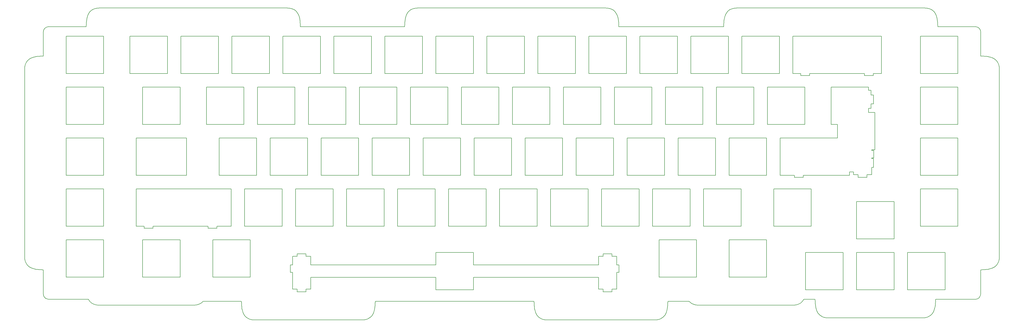
<source format=gbr>
%TF.GenerationSoftware,KiCad,Pcbnew,(6.0.4)*%
%TF.CreationDate,2022-11-05T13:03:16+01:00*%
%TF.ProjectId,Diom-65MK_Plate,44696f6d-2d36-4354-9d4b-5f506c617465,rev?*%
%TF.SameCoordinates,Original*%
%TF.FileFunction,Profile,NP*%
%FSLAX46Y46*%
G04 Gerber Fmt 4.6, Leading zero omitted, Abs format (unit mm)*
G04 Created by KiCad (PCBNEW (6.0.4)) date 2022-11-05 13:03:16*
%MOMM*%
%LPD*%
G01*
G04 APERTURE LIST*
%TA.AperFunction,Profile*%
%ADD10C,0.188976*%
%TD*%
%TA.AperFunction,Profile*%
%ADD11C,0.187437*%
%TD*%
%TA.AperFunction,Profile*%
%ADD12C,0.188999*%
%TD*%
G04 APERTURE END LIST*
D10*
X153298934Y-116785322D02*
X153298934Y-130785320D01*
D11*
X386919248Y-105283050D02*
X387489330Y-105334855D01*
D10*
X248261931Y-135835320D02*
X248261931Y-135835320D01*
X358086943Y-192697315D02*
X358086943Y-192697315D01*
D11*
X388069922Y-105413850D02*
X388651302Y-105527514D01*
D12*
X384629120Y-195782354D02*
X384692055Y-195729880D01*
D10*
X322079924Y-154885319D02*
X308079924Y-154885319D01*
D11*
X268212063Y-200252909D02*
X268056255Y-200825343D01*
D12*
X385368926Y-96053321D02*
X385352822Y-95949612D01*
D11*
X55254125Y-198384230D02*
X55440255Y-198408946D01*
D10*
X138723929Y-97735324D02*
X124723929Y-97735324D01*
D11*
X250207594Y-94216053D02*
X250172632Y-93215951D01*
D10*
X148536933Y-154885319D02*
X148536933Y-168885319D01*
X291411925Y-149835320D02*
X305411925Y-149835320D01*
D11*
X51709922Y-90361807D02*
X51805968Y-90081966D01*
X53314623Y-197650652D02*
X53434353Y-197731150D01*
D12*
X35417445Y-195034072D02*
X35453831Y-195115042D01*
D11*
X392354824Y-109766035D02*
X392369414Y-110215994D01*
D10*
X100029929Y-169635319D02*
X100029929Y-169635319D01*
D11*
X33692704Y-185148933D02*
X33122630Y-185097129D01*
D10*
X362848937Y-154885319D02*
X362848937Y-168885319D01*
D12*
X384647619Y-94670248D02*
X384582653Y-94621317D01*
D11*
X326244604Y-202773337D02*
X326562428Y-202902397D01*
X290630993Y-88795165D02*
X290821104Y-88568846D01*
X53088626Y-197479418D02*
X53199409Y-197566702D01*
D10*
X86336932Y-130785320D02*
X86336932Y-130785320D01*
D11*
X155094207Y-203916434D02*
X154672545Y-203956347D01*
D10*
X342917937Y-150585320D02*
X342917937Y-150585320D01*
X344422942Y-124785320D02*
X344422942Y-124785320D01*
D12*
X385118884Y-95237779D02*
X385077002Y-95162970D01*
D11*
X267588294Y-201904514D02*
X267433279Y-202153531D01*
D10*
X272361937Y-135835320D02*
X272361937Y-149835320D01*
D11*
X172098111Y-88156954D02*
X172347873Y-87973796D01*
D10*
X157773932Y-97735324D02*
X143773932Y-97735324D01*
D11*
X267433279Y-202153531D02*
X267261184Y-202391806D01*
D12*
X181873930Y-187997318D02*
X181873930Y-192697315D01*
D10*
X353036925Y-178697315D02*
X353036925Y-178697315D01*
X344422942Y-119760323D02*
X344422942Y-118035322D01*
X243498930Y-116785322D02*
X243498930Y-116785322D01*
X214923934Y-97735324D02*
X214923934Y-97735324D01*
D11*
X316106339Y-198384388D02*
X315919094Y-198408878D01*
D10*
X57761929Y-187935314D02*
X57761929Y-173935314D01*
X72336932Y-173935314D02*
X72336932Y-187935314D01*
D11*
X111361888Y-203213191D02*
X111633401Y-203379531D01*
D10*
X224736937Y-168885319D02*
X224736937Y-168885319D01*
X372086943Y-192697315D02*
X372086943Y-178697315D01*
D11*
X93260930Y-198136212D02*
X93016408Y-198217415D01*
D10*
X153011931Y-149835320D02*
X153011931Y-135835320D01*
D12*
X98529929Y-187935314D02*
X98529929Y-187935314D01*
D11*
X158911048Y-200252909D02*
X158755240Y-200825343D01*
D10*
X88717928Y-149835320D02*
X88717928Y-149835320D01*
D11*
X109288673Y-198520882D02*
X109340480Y-199090956D01*
D10*
X308079924Y-168885319D02*
X322079924Y-168885319D01*
D11*
X52332905Y-89033554D02*
X52505002Y-88795266D01*
D10*
X295885924Y-154885319D02*
X281886931Y-154885319D01*
X57761929Y-97735324D02*
X43761930Y-97735324D01*
D12*
X384104936Y-196075062D02*
X384189042Y-196041474D01*
D11*
X131175544Y-92666104D02*
X131123739Y-92096030D01*
D10*
X258073927Y-97735324D02*
X258073927Y-111735321D01*
D12*
X35492763Y-95239055D02*
X35534645Y-95164245D01*
D10*
X148248930Y-130785320D02*
X148248930Y-130785320D01*
D12*
X35579225Y-95092461D02*
X35626470Y-95023663D01*
D10*
X210161925Y-135835320D02*
X196161925Y-135835320D01*
X72929930Y-168885319D02*
X72929930Y-168885319D01*
D11*
X364368590Y-87216038D02*
X329368590Y-87216036D01*
X130152289Y-89033456D02*
X129980193Y-88795180D01*
X315726145Y-198428280D02*
X315527413Y-198442479D01*
X386369399Y-105250957D02*
X386919248Y-105283050D01*
X387489433Y-185097136D02*
X388070016Y-185018141D01*
D10*
X339036925Y-178697315D02*
X339036925Y-192697315D01*
X167298934Y-130785320D02*
X167298934Y-130785320D01*
X376848937Y-130785320D02*
X376848937Y-116785322D01*
D12*
X135098929Y-183397320D02*
X135098929Y-180167317D01*
D11*
X174335973Y-87270552D02*
X174757636Y-87230639D01*
D12*
X384017656Y-196105820D02*
X384104936Y-196075062D01*
D11*
X33122630Y-185097129D02*
X32542047Y-185018133D01*
D10*
X238736937Y-154885319D02*
X224736937Y-154885319D01*
X181586928Y-168885319D02*
X181586928Y-154885319D01*
X344642943Y-146860321D02*
X345342925Y-146860321D01*
D11*
X367707016Y-88355702D02*
X367478073Y-88156942D01*
X267727164Y-201645972D02*
X267588294Y-201904514D01*
D10*
X72336932Y-116785322D02*
X72336932Y-130785320D01*
D11*
X317683061Y-197884694D02*
X317548365Y-197953800D01*
X170326450Y-92096030D02*
X170405446Y-91515447D01*
X289435641Y-92666089D02*
X289487446Y-92096015D01*
D10*
X139011931Y-135835320D02*
X139011931Y-149835320D01*
D11*
X128218777Y-87530088D02*
X127876395Y-87421492D01*
X290303880Y-89282457D02*
X290458897Y-89033441D01*
X31388243Y-184748661D02*
X31108415Y-184652615D01*
X32542047Y-185018133D02*
X31960677Y-184904470D01*
D12*
X383532347Y-196215977D02*
X383532347Y-196215977D01*
D11*
X366877018Y-202076771D02*
X366648076Y-202275531D01*
X391778006Y-182804199D02*
X391926314Y-182509996D01*
D10*
X315817931Y-149835320D02*
X315817931Y-149835320D01*
X57761929Y-173935314D02*
X57761929Y-173935314D01*
D11*
X368471530Y-197766380D02*
X368419722Y-198336455D01*
X367448278Y-201399029D02*
X367276184Y-201637305D01*
D12*
X112529929Y-187935314D02*
X112529929Y-173935314D01*
D10*
X205398924Y-116785322D02*
X191398924Y-116785322D01*
X344422942Y-123060322D02*
X345342925Y-123060322D01*
X319698943Y-116785322D02*
X319698943Y-116785322D01*
X376848937Y-111735321D02*
X376848937Y-97735324D01*
D12*
X384882829Y-94893606D02*
X384827790Y-94833547D01*
D10*
X229498930Y-130785320D02*
X243498930Y-130785320D01*
X72336932Y-187935314D02*
X72336932Y-187935314D01*
X265217925Y-187935314D02*
X279217925Y-187935314D01*
X258073927Y-111735321D02*
X258073927Y-111735321D01*
D11*
X93915760Y-197829685D02*
X93710162Y-197941931D01*
D12*
X112529929Y-187935314D02*
X112529929Y-187935314D01*
D11*
X110484020Y-202391806D02*
X110674128Y-202618125D01*
X129102319Y-87973795D02*
X128830804Y-87807455D01*
X327666983Y-203161932D02*
X328088645Y-203201846D01*
D10*
X344642943Y-140535320D02*
X344642943Y-140535320D01*
X100029929Y-168885319D02*
X105386931Y-168885319D01*
D11*
X92758022Y-198287439D02*
X92485328Y-198345868D01*
D10*
X167586928Y-168885319D02*
X167586928Y-168885319D01*
X291123930Y-111735321D02*
X291123930Y-111735321D01*
X344642943Y-143560322D02*
X344642943Y-143560322D01*
D11*
X317264225Y-198080053D02*
X317114619Y-198136971D01*
D10*
X134248930Y-130785320D02*
X134248930Y-130785320D01*
D11*
X171142885Y-89282472D02*
X171297902Y-89033456D01*
X367916076Y-88568850D02*
X367707016Y-88355702D01*
D10*
X248548934Y-130785320D02*
X248548934Y-130785320D01*
X158061926Y-135835320D02*
X158061926Y-149835320D01*
D11*
X250088732Y-92096034D02*
X250009736Y-91515450D01*
D12*
X247673934Y-193447315D02*
X247673934Y-192467320D01*
D11*
X279166922Y-198390543D02*
X279466536Y-198425188D01*
X289487446Y-92096015D02*
X289566441Y-91515432D01*
X368503627Y-197216537D02*
X368471530Y-197766380D01*
D10*
X81573931Y-97735324D02*
X67573929Y-97735324D01*
D11*
X54406010Y-198187903D02*
X54564910Y-198236469D01*
X367603293Y-201150013D02*
X367448278Y-201399029D01*
D12*
X385286660Y-95658499D02*
X385258767Y-95568007D01*
D11*
X29382313Y-106877565D02*
X29183553Y-107106508D01*
X55632084Y-198428532D02*
X55829697Y-198442870D01*
X324801023Y-201637305D02*
X324991132Y-201863624D01*
D10*
X279217925Y-173935314D02*
X279217925Y-173935314D01*
X343511931Y-118035322D02*
X343511931Y-116785322D01*
X341998930Y-111735321D02*
X341998930Y-111735321D01*
X133961928Y-149835320D02*
X133961928Y-149835320D01*
X224736937Y-154885319D02*
X224736937Y-168885319D01*
X319698943Y-116785322D02*
X305698943Y-116785322D01*
X296173918Y-111735321D02*
X310173918Y-111735321D01*
X205398924Y-130785320D02*
X205398924Y-116785322D01*
D11*
X28242649Y-180215984D02*
X28242649Y-180215984D01*
D10*
X167298934Y-116785322D02*
X153298934Y-116785322D01*
D12*
X36549275Y-196078694D02*
X36717852Y-196133231D01*
X384770220Y-94776325D02*
X384710152Y-94721905D01*
D10*
X57761929Y-111735321D02*
X57761929Y-97735324D01*
D11*
X289931959Y-90081800D02*
X290041346Y-89807852D01*
X173941672Y-87334575D02*
X174335973Y-87270552D01*
D12*
X383833427Y-196158708D02*
X383927166Y-196133713D01*
D11*
X130679226Y-90081815D02*
X130569839Y-89807867D01*
D12*
X35383637Y-95482002D02*
X35417226Y-95397896D01*
D11*
X29595461Y-106668506D02*
X29382313Y-106877565D01*
X28242649Y-110215990D02*
X28242649Y-110215990D01*
X127508520Y-87334575D02*
X127114219Y-87270552D01*
X327272682Y-203097909D02*
X327666983Y-203161932D01*
D10*
X345467925Y-140535320D02*
X345467925Y-140535320D01*
D11*
X315112273Y-198454815D02*
X280112273Y-198454815D01*
X267261184Y-202391806D02*
X267071076Y-202618125D01*
D12*
X36389360Y-196014445D02*
X36549275Y-196078694D01*
D10*
X196161925Y-149835320D02*
X210161925Y-149835320D01*
D11*
X52904172Y-88355776D02*
X53133115Y-88157004D01*
D10*
X119961928Y-135835320D02*
X119961928Y-149835320D01*
X43761930Y-168885319D02*
X57761929Y-168885319D01*
D11*
X391611646Y-107356275D02*
X391777991Y-107627789D01*
X317938111Y-197735090D02*
X317812949Y-197811752D01*
D12*
X35728820Y-94894881D02*
X35783859Y-94834822D01*
X385368926Y-96053321D02*
X385368926Y-96053321D01*
X128348929Y-183397320D02*
X127523932Y-183397320D01*
D11*
X246473517Y-87334579D02*
X246079216Y-87270556D01*
X369249734Y-92096018D02*
X369170739Y-91515435D01*
X53382876Y-87973836D02*
X53654391Y-87807486D01*
D10*
X143486929Y-154885319D02*
X143486929Y-154885319D01*
D11*
X292392411Y-87530073D02*
X292734793Y-87421477D01*
D10*
X158061926Y-149835320D02*
X158061926Y-149835320D01*
D11*
X279781495Y-198446773D02*
X280112242Y-198454815D01*
X53654391Y-87807486D02*
X53948594Y-87659170D01*
X392250887Y-181481915D02*
X392314910Y-181087613D01*
D10*
X310173918Y-111735321D02*
X310173918Y-111735321D01*
D11*
X30309072Y-184280694D02*
X30060055Y-184125677D01*
D10*
X69954932Y-168885319D02*
X69954932Y-168885319D01*
X76229929Y-168885319D02*
X96729929Y-168885319D01*
D11*
X294368590Y-87216035D02*
X294368590Y-87216035D01*
D10*
X57761929Y-130785320D02*
X57761929Y-116785322D01*
X43761930Y-116785322D02*
X43761930Y-130785320D01*
X138723929Y-111735321D02*
X138723929Y-97735324D01*
X295885924Y-168885319D02*
X295885924Y-154885319D01*
D11*
X171469998Y-88795181D02*
X171660108Y-88568862D01*
D12*
X249398924Y-186197315D02*
X250223937Y-186197315D01*
D11*
X390551961Y-106306305D02*
X390790242Y-106478401D01*
D12*
X384422691Y-195924055D02*
X384494476Y-195879475D01*
D10*
X345892943Y-140310322D02*
X345892943Y-126310322D01*
X344422942Y-123060322D02*
X344422942Y-123060322D01*
X57761929Y-168885319D02*
X57761929Y-168885319D01*
D11*
X365832602Y-202773337D02*
X365514779Y-202902397D01*
D10*
X186636931Y-168885319D02*
X200636931Y-168885319D01*
X345467925Y-143335320D02*
X345467925Y-140535320D01*
X362848937Y-149835320D02*
X376848937Y-149835320D01*
D12*
X384582653Y-94621317D02*
X384515290Y-94575075D01*
D10*
X362848937Y-168885319D02*
X362848937Y-168885319D01*
X133961928Y-135835320D02*
X133961928Y-135835320D01*
D11*
X172347873Y-87973796D02*
X172619387Y-87807455D01*
D12*
X35242940Y-194377369D02*
X35242940Y-194377369D01*
X36549056Y-94353277D02*
X36717633Y-94298740D01*
X36166312Y-195899210D02*
X36238374Y-195940186D01*
D11*
X51277557Y-93216213D02*
X51309649Y-92666357D01*
X94461817Y-197437517D02*
X94291143Y-197577062D01*
D10*
X305698943Y-130785320D02*
X319698943Y-130785320D01*
X344642943Y-143560322D02*
X344642943Y-143335320D01*
D11*
X171004013Y-89541015D02*
X171142885Y-89282472D01*
X35242649Y-105215990D02*
X34242547Y-105250951D01*
X127876395Y-87421492D02*
X127508520Y-87334575D01*
D10*
X321498930Y-112485321D02*
X321498930Y-112485321D01*
X372086943Y-178697315D02*
X372086943Y-178697315D01*
X195873930Y-97735324D02*
X195873930Y-97735324D01*
X239023924Y-111735321D02*
X253023924Y-111735321D01*
D11*
X109784993Y-201105171D02*
X109894378Y-201379119D01*
D12*
X35901499Y-94723180D02*
X35964033Y-94671523D01*
D11*
X367228312Y-87973784D02*
X366956797Y-87807443D01*
X366126803Y-202625030D02*
X365832602Y-202773337D01*
D12*
X383636055Y-196199874D02*
X383736402Y-196180773D01*
D10*
X353036925Y-192697315D02*
X353036925Y-178697315D01*
D12*
X384515290Y-94575075D02*
X384445561Y-94531485D01*
D11*
X31108415Y-105779363D02*
X30834467Y-105888749D01*
D12*
X133373930Y-179247318D02*
X130073927Y-179247318D01*
D11*
X388070016Y-185018141D02*
X388651385Y-184904478D01*
X323538603Y-196216435D02*
X323573579Y-197216537D01*
X293496969Y-87270537D02*
X293918631Y-87230624D01*
D10*
X148536933Y-168885319D02*
X162536933Y-168885319D01*
X300648924Y-130785320D02*
X300648924Y-130785320D01*
X345342925Y-123060322D02*
X345342925Y-123060322D01*
X162536933Y-154885319D02*
X162536933Y-154885319D01*
X322079924Y-168885319D02*
X322079924Y-154885319D01*
X186348937Y-116785322D02*
X172348937Y-116785322D01*
D11*
X316464049Y-198320598D02*
X316287964Y-198354923D01*
X28297152Y-109344369D02*
X28257238Y-109766031D01*
D12*
X384189042Y-196041474D02*
X384270012Y-196005087D01*
D11*
X91242583Y-198455319D02*
X91242583Y-198455319D01*
D10*
X57761929Y-154885319D02*
X43761930Y-154885319D01*
D12*
X384710152Y-94721905D02*
X384647619Y-94670248D01*
D11*
X289680104Y-90934062D02*
X289835913Y-90361628D01*
X156198762Y-203656898D02*
X155856381Y-203765494D01*
D10*
X277123930Y-111735321D02*
X277123930Y-111735321D01*
D12*
X249398924Y-183397320D02*
X249398924Y-180167317D01*
D10*
X119673934Y-97735324D02*
X119673934Y-97735324D01*
D12*
X128348929Y-183397320D02*
X128348929Y-183397320D01*
D11*
X324335043Y-200891470D02*
X324473913Y-201150013D01*
D10*
X376848937Y-168885319D02*
X376848937Y-168885319D01*
D11*
X368695834Y-89807856D02*
X368572172Y-89541003D01*
X55440255Y-198408946D02*
X55632084Y-198428532D01*
X391926314Y-182509996D02*
X392055373Y-182192171D01*
D12*
X250223937Y-183397320D02*
X250223937Y-183397320D01*
D10*
X267311934Y-149835320D02*
X267311934Y-135835320D01*
D12*
X384563273Y-195832230D02*
X384629120Y-195782354D01*
D11*
X364410224Y-203161932D02*
X363988562Y-203201846D01*
D10*
X248261931Y-135835320D02*
X234261931Y-135835320D01*
D11*
X368419722Y-198336455D02*
X368340725Y-198917038D01*
X170880351Y-89807868D02*
X171004013Y-89541015D01*
X126692557Y-87230638D02*
X126242598Y-87216050D01*
X222257683Y-203852411D02*
X222651983Y-203916434D01*
D10*
X119961928Y-149835320D02*
X119961928Y-149835320D01*
X319986937Y-192697315D02*
X333986937Y-192697315D01*
D11*
X170242553Y-93215947D02*
X170274645Y-92666105D01*
X131207637Y-93215947D02*
X131175544Y-92666104D01*
X318865310Y-196896497D02*
X318779024Y-197001518D01*
D12*
X385194421Y-95396620D02*
X385158034Y-95315650D01*
D10*
X276836928Y-168885319D02*
X276836928Y-154885319D01*
X376848937Y-116785322D02*
X362848937Y-116785322D01*
X100623930Y-97735324D02*
X100623930Y-97735324D01*
X153011931Y-135835320D02*
X153011931Y-135835320D01*
X133961928Y-149835320D02*
X133961928Y-135835320D01*
D11*
X389777594Y-184543236D02*
X390044447Y-184419574D01*
D10*
X343511931Y-118035322D02*
X343511931Y-118035322D01*
D11*
X54976676Y-87334579D02*
X55370977Y-87270552D01*
D10*
X262548934Y-130785320D02*
X262548934Y-130785320D01*
X57761929Y-168885319D02*
X57761929Y-154885319D01*
D11*
X129790082Y-88568861D02*
X129581023Y-88355714D01*
X392055365Y-108239816D02*
X392163964Y-108582198D01*
D10*
X157773932Y-111735321D02*
X157773932Y-111735321D01*
X105673934Y-97735324D02*
X105673934Y-111735321D01*
X342917937Y-150585320D02*
X342917937Y-149604321D01*
D12*
X385233669Y-194909643D02*
X385288210Y-194741065D01*
D10*
X105386931Y-154885319D02*
X69954932Y-154885319D01*
D11*
X112955681Y-203852411D02*
X113349981Y-203916434D01*
D10*
X81573931Y-97735324D02*
X81573931Y-97735324D01*
D11*
X290165008Y-89541000D02*
X290303880Y-89282457D01*
D10*
X337892943Y-148585320D02*
X337892943Y-148585320D01*
D11*
X277666528Y-197935387D02*
X277883429Y-198038275D01*
X171660108Y-88568862D02*
X171869168Y-88355714D01*
X250009736Y-91515450D02*
X249896073Y-90934081D01*
X325678890Y-202458689D02*
X325950403Y-202625030D01*
X175207594Y-87216050D02*
X210207594Y-87216051D01*
D10*
X69954932Y-135835320D02*
X69954932Y-149835320D01*
X57761929Y-116785322D02*
X57761929Y-116785322D01*
D12*
X244373930Y-192467320D02*
X244373930Y-192467320D01*
X35964252Y-195760446D02*
X36029218Y-195809377D01*
D11*
X111633401Y-203379531D02*
X111927602Y-203527839D01*
X278882207Y-198343318D02*
X279166922Y-198390543D01*
X109340480Y-199090956D02*
X109419477Y-199671539D01*
D10*
X376848937Y-97735324D02*
X376848937Y-97735324D01*
D11*
X319026227Y-196678824D02*
X318947684Y-196788894D01*
D10*
X158061926Y-149835320D02*
X172061934Y-149835320D01*
D12*
X195873930Y-192697315D02*
X195873930Y-187997318D01*
D10*
X318198943Y-112485321D02*
X321498930Y-112485321D01*
D11*
X159103708Y-199090956D02*
X159024711Y-199671539D01*
D10*
X348273924Y-97735324D02*
X348273924Y-97735324D01*
X143486929Y-154885319D02*
X129486929Y-154885319D01*
X300648924Y-130785320D02*
X300648924Y-116785322D01*
X43761930Y-187935314D02*
X57761929Y-187935314D01*
D11*
X324991132Y-201863624D02*
X325200189Y-202076771D01*
D10*
X258073927Y-111735321D02*
X272073927Y-111735321D01*
X376848937Y-149835320D02*
X376848937Y-135835320D01*
X343511931Y-126310322D02*
X343511931Y-124785320D01*
X69954932Y-154885319D02*
X69954932Y-168885319D01*
X67573929Y-111735321D02*
X81573931Y-111735321D01*
X353036925Y-159647320D02*
X339036925Y-159647320D01*
X210161925Y-149835320D02*
X210161925Y-135835320D01*
D11*
X318174581Y-197571059D02*
X318058628Y-197654821D01*
X390302939Y-106151288D02*
X390551961Y-106306305D01*
X56242598Y-87216046D02*
X91242598Y-87216048D01*
X389777533Y-105888755D02*
X390044391Y-106012416D01*
D10*
X286361937Y-149835320D02*
X286361937Y-135835320D01*
D11*
X294368590Y-87216035D02*
X329368590Y-87216036D01*
X385369292Y-105215996D02*
X386369399Y-105250957D01*
X110311925Y-202153531D02*
X110484020Y-202391806D01*
D10*
X305411925Y-135835320D02*
X305411925Y-135835320D01*
D11*
X109688948Y-200825343D02*
X109784993Y-201105171D01*
D12*
X385054180Y-195292606D02*
X385095157Y-195220544D01*
D10*
X310173918Y-97735324D02*
X296173918Y-97735324D01*
D11*
X93710162Y-197941931D02*
X93492034Y-198044245D01*
X364818549Y-87230627D02*
X364368590Y-87216038D01*
D12*
X385095157Y-195220544D02*
X385169417Y-195069558D01*
D10*
X69954932Y-149835320D02*
X69954932Y-149835320D01*
X372086943Y-178697315D02*
X358086943Y-178697315D01*
D12*
X36096582Y-195855619D02*
X36166312Y-195899210D01*
D10*
X310173918Y-111735321D02*
X310173918Y-97735324D01*
D11*
X248067314Y-87973799D02*
X247795800Y-87807459D01*
D10*
X219686934Y-154885319D02*
X219686934Y-154885319D01*
X376848937Y-149835320D02*
X376848937Y-149835320D01*
X110148932Y-116785322D02*
X96148928Y-116785322D01*
D12*
X384827790Y-94833547D02*
X384770220Y-94776325D01*
D10*
X191398924Y-130785320D02*
X205398924Y-130785320D01*
X315817931Y-150585320D02*
X319117919Y-150585320D01*
D11*
X386919359Y-185148941D02*
X387489433Y-185097136D01*
D10*
X110148932Y-130785320D02*
X110148932Y-116785322D01*
D11*
X278113002Y-198130994D02*
X278355693Y-198213062D01*
D10*
X267311934Y-149835320D02*
X267311934Y-149835320D01*
D12*
X247673934Y-179247318D02*
X247673934Y-179247318D01*
D10*
X105386931Y-168885319D02*
X105386931Y-154885319D01*
X310173918Y-97735324D02*
X310173918Y-97735324D01*
D12*
X384752115Y-195674840D02*
X384809336Y-195617270D01*
D11*
X158426149Y-201645972D02*
X158287279Y-201904514D01*
D10*
X86336932Y-187935314D02*
X86336932Y-173935314D01*
D12*
X36029218Y-195809377D02*
X36096582Y-195855619D01*
D10*
X272073927Y-97735324D02*
X258073927Y-97735324D01*
D12*
X384445561Y-94531485D02*
X384373500Y-94490509D01*
D11*
X387489330Y-105334855D02*
X388069922Y-105413850D01*
X324211382Y-200624618D02*
X324335043Y-200891470D01*
X158287279Y-201904514D02*
X158132263Y-202153531D01*
D10*
X262548934Y-116785322D02*
X248548934Y-116785322D01*
D11*
X52512250Y-196892435D02*
X52598221Y-196997200D01*
D10*
X186636931Y-154885319D02*
X186636931Y-168885319D01*
D11*
X218721482Y-199671539D02*
X218835145Y-200252909D01*
X28834054Y-107627784D02*
X28685747Y-107921986D01*
D10*
X219686934Y-168885319D02*
X219686934Y-154885319D01*
D11*
X157960169Y-202391806D02*
X157770060Y-202618125D01*
X29000395Y-183075706D02*
X28834054Y-182804191D01*
X248546018Y-88355718D02*
X248317075Y-88156957D01*
D10*
X248548934Y-116785322D02*
X248548934Y-130785320D01*
D11*
X223073645Y-203956347D02*
X223523604Y-203970936D01*
D10*
X321498930Y-111735321D02*
X321498930Y-111735321D01*
D12*
X319303710Y-196216152D02*
X323538603Y-196216435D01*
D10*
X196161925Y-135835320D02*
X196161925Y-149835320D01*
D11*
X110674128Y-202618125D02*
X110883186Y-202831272D01*
D12*
X250223937Y-183397320D02*
X249398924Y-183397320D01*
D10*
X272073927Y-111735321D02*
X272073927Y-111735321D01*
X100911933Y-135835320D02*
X100911933Y-149835320D01*
D11*
X391926302Y-107921991D02*
X392055365Y-108239816D01*
X28685747Y-182509989D02*
X28556687Y-182192164D01*
D10*
X234261931Y-149835320D02*
X234261931Y-149835320D01*
D11*
X52074095Y-196215649D02*
X52205916Y-196449625D01*
X221889810Y-203765494D02*
X222257683Y-203852411D01*
X130307305Y-89282472D02*
X130152289Y-89033456D01*
X112245426Y-203656898D02*
X112587807Y-203765494D01*
X52688116Y-197099351D02*
X52782019Y-197198769D01*
D10*
X345342925Y-123060322D02*
X345342925Y-119760323D01*
X344642943Y-146860321D02*
X344642943Y-146860321D01*
X344642943Y-140310322D02*
X344642943Y-140310322D01*
D12*
X242648924Y-180167317D02*
X242648924Y-180167317D01*
D10*
X143773932Y-111735321D02*
X143773932Y-111735321D01*
X277123930Y-97735324D02*
X277123930Y-111735321D01*
X96148928Y-130785320D02*
X96148928Y-130785320D01*
X177111937Y-149835320D02*
X191111937Y-149835320D01*
X376848937Y-111735321D02*
X376848937Y-111735321D01*
D11*
X29821780Y-106478396D02*
X29595461Y-106668506D01*
D12*
X130073927Y-192467320D02*
X130073927Y-193447315D01*
X130073927Y-179247318D02*
X130073927Y-180167317D01*
D10*
X43761930Y-130785320D02*
X57761929Y-130785320D01*
X362848937Y-111735321D02*
X362848937Y-111735321D01*
X129198927Y-130785320D02*
X129198927Y-116785322D01*
D11*
X127114219Y-87270552D02*
X126692557Y-87230638D01*
D10*
X243498930Y-116785322D02*
X229498930Y-116785322D01*
D11*
X369170739Y-91515435D02*
X369057075Y-90934065D01*
X126242598Y-87216050D02*
X126242598Y-87216050D01*
D12*
X35626470Y-95023663D02*
X35676346Y-94957816D01*
D11*
X316959879Y-198189599D02*
X316799925Y-198237822D01*
X392163964Y-108582198D02*
X392250884Y-108950072D01*
D10*
X333986937Y-192697315D02*
X333986937Y-178697315D01*
D11*
X367086075Y-201863624D02*
X366877018Y-202076771D01*
X368433300Y-89282461D02*
X368278283Y-89033444D01*
X170519109Y-90934077D02*
X170674918Y-90361643D01*
D10*
X81573931Y-111735321D02*
X81573931Y-111735321D01*
X72929930Y-168885319D02*
X72929930Y-169635319D01*
X336367919Y-148585320D02*
X336367919Y-148585320D01*
X291411925Y-187935314D02*
X291411925Y-187935314D01*
D12*
X35259043Y-194481078D02*
X35278144Y-194581427D01*
D11*
X326904809Y-203010992D02*
X327272682Y-203097909D01*
X170405446Y-91515447D02*
X170519109Y-90934077D01*
X159024711Y-199671539D02*
X158911048Y-200252909D01*
X158659195Y-201105171D02*
X158549810Y-201379119D01*
D10*
X331892943Y-130785320D02*
X331892943Y-130785320D01*
X57761929Y-173935314D02*
X43761930Y-173935314D01*
D11*
X392354824Y-180665951D02*
X392369414Y-180215992D01*
X219613929Y-202153531D02*
X219786023Y-202391806D01*
X51309649Y-92666357D02*
X51361454Y-92096264D01*
D12*
X195873930Y-178697315D02*
X181873930Y-178697315D01*
D11*
X323605677Y-197766380D02*
X323657485Y-198336455D01*
X248945187Y-88795184D02*
X248755077Y-88568865D01*
X54252301Y-198134927D02*
X54406010Y-198187903D01*
X171869168Y-88355714D02*
X172098111Y-88156954D01*
D12*
X35417226Y-95397896D02*
X35453612Y-95316926D01*
X242648924Y-187997318D02*
X242648924Y-192467320D01*
D11*
X318779024Y-197001518D02*
X318688743Y-197103844D01*
X319303710Y-196216152D02*
X319172143Y-196451739D01*
D12*
X130073927Y-192467320D02*
X130073927Y-192467320D01*
X35242430Y-105215989D02*
X35242721Y-96054597D01*
X385228009Y-95480727D02*
X385194421Y-95396620D01*
D10*
X376848937Y-154885319D02*
X376848937Y-154885319D01*
D12*
X242648924Y-192467320D02*
X242648924Y-192467320D01*
D11*
X54608801Y-87421501D02*
X54976676Y-87334579D01*
D10*
X43761930Y-168885319D02*
X43761930Y-168885319D01*
X100623930Y-97735324D02*
X86623930Y-97735324D01*
X376848937Y-168885319D02*
X376848937Y-154885319D01*
X191111937Y-149835320D02*
X191111937Y-135835320D01*
D12*
X247673934Y-179247318D02*
X244373930Y-179247318D01*
D10*
X305411925Y-187935314D02*
X305411925Y-187935314D01*
D11*
X218523604Y-196970936D02*
X218558580Y-197971038D01*
D10*
X345342925Y-146860321D02*
X345342925Y-143560322D01*
D11*
X91242583Y-198455319D02*
X56242583Y-198455319D01*
X366344769Y-87530076D02*
X366002387Y-87421481D01*
D10*
X253023924Y-111735321D02*
X253023924Y-97735324D01*
D11*
X159187612Y-197971038D02*
X159155515Y-198520882D01*
X28834054Y-182804191D02*
X28685747Y-182509989D01*
D10*
X100623930Y-111735321D02*
X100623930Y-111735321D01*
X191111937Y-135835320D02*
X177111937Y-135835320D01*
X319117919Y-150585320D02*
X319117919Y-150585320D01*
X139011931Y-149835320D02*
X139011931Y-149835320D01*
X333986937Y-178697315D02*
X333986937Y-178697315D01*
D12*
X133373930Y-180167317D02*
X133373930Y-179247318D01*
X36894826Y-196178356D02*
X37079930Y-196214367D01*
X35964033Y-94671523D02*
X36028999Y-94622593D01*
D11*
X369301539Y-92666093D02*
X369249734Y-92096018D01*
D10*
X110148932Y-130785320D02*
X110148932Y-130785320D01*
D11*
X55073610Y-198354505D02*
X55254125Y-198384230D01*
X126242598Y-87216050D02*
X91242598Y-87216048D01*
D10*
X86336932Y-173935314D02*
X86336932Y-173935314D01*
X96148928Y-130785320D02*
X110148932Y-130785320D01*
X43761930Y-173935314D02*
X43761930Y-187935314D01*
D11*
X369057075Y-90934065D02*
X368901266Y-90361631D01*
D10*
X296173918Y-97735324D02*
X296173918Y-111735321D01*
X200923934Y-111735321D02*
X214923934Y-111735321D01*
X315817931Y-150585320D02*
X315817931Y-150585320D01*
D11*
X128830804Y-87807455D02*
X128536602Y-87659147D01*
D10*
X86336932Y-116785322D02*
X86336932Y-116785322D01*
D11*
X218990953Y-200825343D02*
X219086998Y-201105171D01*
D12*
X130073927Y-193447315D02*
X130073927Y-193447315D01*
X384494476Y-195879475D02*
X384563273Y-195832230D01*
X384915415Y-195494666D02*
X384964346Y-195429700D01*
D11*
X249272299Y-89282476D02*
X249117283Y-89033459D01*
D10*
X305411925Y-135835320D02*
X291411925Y-135835320D01*
X339036925Y-192697315D02*
X339036925Y-192697315D01*
D12*
X250207594Y-94216045D02*
X289368590Y-94216045D01*
D10*
X279217925Y-187935314D02*
X279217925Y-187935314D01*
D11*
X218558580Y-197971038D02*
X218590678Y-198520882D01*
D12*
X130073927Y-193447315D02*
X133373930Y-193447315D01*
D10*
X229498930Y-116785322D02*
X229498930Y-130785320D01*
X114911933Y-149835320D02*
X114911933Y-149835320D01*
D11*
X170770964Y-90081815D02*
X170880351Y-89807868D01*
X368106186Y-88795169D02*
X367916076Y-88568850D01*
D10*
X333986937Y-178697315D02*
X319986937Y-178697315D01*
D11*
X111112128Y-203030033D02*
X111361888Y-203213191D01*
D10*
X362848937Y-130785320D02*
X376848937Y-130785320D01*
X224448927Y-130785320D02*
X224448927Y-130785320D01*
D12*
X247673934Y-180167317D02*
X247673934Y-179247318D01*
D10*
X343511931Y-116785322D02*
X343511931Y-116785322D01*
X124436926Y-168885319D02*
X124436926Y-168885319D01*
X176823927Y-97735324D02*
X176823927Y-97735324D01*
D11*
X249411171Y-89541018D02*
X249272299Y-89282476D01*
D10*
X318198943Y-111735321D02*
X318198943Y-111735321D01*
X215211928Y-149835320D02*
X229211928Y-149835320D01*
D12*
X249398924Y-192467320D02*
X249398924Y-192467320D01*
X384985178Y-95022388D02*
X384935303Y-94956541D01*
D10*
X353036925Y-178697315D02*
X339036925Y-178697315D01*
X129198927Y-116785322D02*
X115198927Y-116785322D01*
X129198927Y-130785320D02*
X129198927Y-130785320D01*
D11*
X390552005Y-184125685D02*
X390790280Y-183953589D01*
D12*
X385352822Y-95949612D02*
X385333721Y-95849264D01*
D11*
X368278283Y-89033444D02*
X368106186Y-88795169D01*
D10*
X43761930Y-149835320D02*
X43761930Y-149835320D01*
D12*
X385369261Y-105215994D02*
X385368926Y-96053321D01*
D10*
X253311934Y-149835320D02*
X253311934Y-149835320D01*
D11*
X52505002Y-88795266D02*
X52695112Y-88568935D01*
D10*
X362848937Y-116785322D02*
X362848937Y-130785320D01*
X96729929Y-169635319D02*
X96729929Y-169635319D01*
D11*
X248317075Y-88156957D02*
X248067314Y-87973799D01*
D10*
X272073927Y-111735321D02*
X272073927Y-97735324D01*
D11*
X317548365Y-197953800D02*
X317408780Y-198018958D01*
X249896073Y-90934081D02*
X249740265Y-90361647D01*
X388651302Y-105527514D02*
X389223746Y-105683322D01*
D12*
X35841649Y-195654369D02*
X35901718Y-195708789D01*
D11*
X368572172Y-89541003D02*
X368433300Y-89282461D01*
D10*
X219686934Y-168885319D02*
X219686934Y-168885319D01*
D11*
X93492034Y-198044245D02*
X93260930Y-198136212D01*
D12*
X35300209Y-194678452D02*
X35325205Y-194772193D01*
D10*
X339036925Y-173647320D02*
X339036925Y-173647320D01*
X291123930Y-97735324D02*
X291123930Y-97735324D01*
D12*
X249398924Y-192467320D02*
X249398924Y-186197315D01*
D10*
X43761930Y-149835320D02*
X57761929Y-149835320D01*
X339036925Y-192697315D02*
X353036925Y-192697315D01*
X210161925Y-149835320D02*
X210161925Y-149835320D01*
D11*
X368071254Y-200070842D02*
X367975210Y-200350670D01*
X53687699Y-197881310D02*
X53821484Y-197950731D01*
D10*
X291411925Y-173935314D02*
X291411925Y-187935314D01*
D11*
X392314910Y-181087613D02*
X392354824Y-180665951D01*
X109419477Y-199671539D02*
X109533140Y-200252909D01*
D12*
X35626689Y-195408305D02*
X35676565Y-195474153D01*
D10*
X362848937Y-111735321D02*
X376848937Y-111735321D01*
X181873930Y-97735324D02*
X181873930Y-111735321D01*
X345342925Y-143560322D02*
X345342925Y-143560322D01*
D12*
X133373930Y-179247318D02*
X133373930Y-179247318D01*
D11*
X318947684Y-196788894D02*
X318865310Y-196896497D01*
X170207594Y-94216049D02*
X170242553Y-93215947D01*
X109256576Y-197971038D02*
X109288673Y-198520882D01*
D10*
X272361937Y-149835320D02*
X272361937Y-149835320D01*
D12*
X242648924Y-183397320D02*
X195873930Y-183397320D01*
D10*
X291123930Y-97735324D02*
X277123930Y-97735324D01*
X88717928Y-135835320D02*
X69954932Y-135835320D01*
D11*
X53434353Y-197731150D02*
X53558684Y-197808076D01*
D12*
X384373500Y-94490509D02*
X384222515Y-94416251D01*
X109221602Y-196970936D02*
X94911097Y-196970936D01*
D11*
X367975210Y-200350670D02*
X367865824Y-200624618D01*
D12*
X35534864Y-195267723D02*
X35579444Y-195339508D01*
D10*
X210448927Y-130785320D02*
X210448927Y-130785320D01*
X76229929Y-169635319D02*
X76229929Y-168885319D01*
X372086943Y-192697315D02*
X372086943Y-192697315D01*
D11*
X316287964Y-198354923D02*
X316106339Y-198384388D01*
X315112273Y-198454815D02*
X315112273Y-198454815D01*
D10*
X196161925Y-149835320D02*
X196161925Y-149835320D01*
D11*
X31388243Y-105683317D02*
X31108415Y-105779363D01*
D12*
X35453831Y-195115042D02*
X35492982Y-195192913D01*
D10*
X322079924Y-154885319D02*
X322079924Y-154885319D01*
D11*
X289566441Y-91515432D02*
X289680104Y-90934062D01*
D10*
X172348937Y-130785320D02*
X186348937Y-130785320D01*
D12*
X250223937Y-186197315D02*
X250223937Y-186197315D01*
D10*
X337892943Y-149604321D02*
X337892943Y-149604321D01*
D11*
X222651983Y-203916434D02*
X223073645Y-203956347D01*
X219786023Y-202391806D02*
X219976132Y-202618125D01*
X30309072Y-106151283D02*
X30060055Y-106306300D01*
D12*
X181873930Y-192697315D02*
X195873930Y-192697315D01*
D11*
X34242547Y-105250951D02*
X33692704Y-105283044D01*
X390790242Y-106478401D02*
X391016566Y-106668511D01*
D10*
X105386931Y-154885319D02*
X105386931Y-154885319D01*
X200636931Y-154885319D02*
X186636931Y-154885319D01*
D11*
X30567614Y-184419566D02*
X30309072Y-184280694D01*
X389503580Y-105779368D02*
X389777533Y-105888755D01*
D12*
X384809336Y-195617270D02*
X384863757Y-195557201D01*
D10*
X186348937Y-130785320D02*
X186348937Y-116785322D01*
D11*
X278611946Y-198283997D02*
X278882207Y-198343318D01*
X92197882Y-198392287D02*
X91895238Y-198426279D01*
D12*
X384935303Y-94956541D02*
X384882829Y-94893606D01*
D10*
X157773932Y-97735324D02*
X157773932Y-97735324D01*
X181586928Y-154885319D02*
X167586928Y-154885319D01*
X243786925Y-154885319D02*
X243786925Y-168885319D01*
D11*
X157561002Y-202831272D02*
X157332060Y-203030033D01*
X159155515Y-198520882D02*
X159103708Y-199090956D01*
X324473913Y-201150013D02*
X324628928Y-201399029D01*
X363538603Y-203216435D02*
X328538603Y-203216435D01*
D12*
X112529929Y-173935314D02*
X112529929Y-173935314D01*
D10*
X172061934Y-135835320D02*
X158061926Y-135835320D01*
D11*
X130569839Y-89807867D02*
X130446177Y-89541014D01*
D10*
X43761930Y-130785320D02*
X43761930Y-130785320D01*
X100029929Y-169635319D02*
X100029929Y-168885319D01*
D12*
X135098929Y-192467320D02*
X135098929Y-187997318D01*
D10*
X337892943Y-148585320D02*
X337892943Y-149604321D01*
D11*
X220935404Y-203379531D02*
X221229605Y-203527839D01*
D10*
X362848937Y-97735324D02*
X362848937Y-111735321D01*
D11*
X219320044Y-201645972D02*
X219458914Y-201904514D01*
D10*
X119673934Y-111735321D02*
X119673934Y-97735324D01*
X233973937Y-111735321D02*
X233973937Y-97735324D01*
D12*
X385158034Y-95315650D02*
X385118884Y-95237779D01*
D10*
X67573929Y-111735321D02*
X67573929Y-111735321D01*
D12*
X128348929Y-192467320D02*
X130073927Y-192467320D01*
D11*
X53199409Y-197566702D02*
X53314623Y-197650652D01*
D10*
X69954932Y-149835320D02*
X88717928Y-149835320D01*
X238736937Y-168885319D02*
X238736937Y-154885319D01*
X339617919Y-150585320D02*
X339617919Y-150585320D01*
X105673934Y-111735321D02*
X119673934Y-111735321D01*
X219973937Y-97735324D02*
X219973937Y-111735321D01*
D12*
X383894026Y-94297465D02*
X383717053Y-94252340D01*
D11*
X52982190Y-197388922D02*
X53088626Y-197479418D01*
D10*
X345892943Y-126310322D02*
X345892943Y-126310322D01*
X310461943Y-149835320D02*
X310461943Y-149835320D01*
D11*
X323657485Y-198336455D02*
X323736482Y-198917038D01*
D10*
X295885924Y-154885319D02*
X295885924Y-154885319D01*
D11*
X277461854Y-197822813D02*
X277666528Y-197935387D01*
X324628928Y-201399029D02*
X324801023Y-201637305D01*
D10*
X262836928Y-154885319D02*
X262836928Y-168885319D01*
D12*
X242648924Y-192467320D02*
X244373930Y-192467320D01*
D11*
X28448092Y-181849781D02*
X28361175Y-181481907D01*
X158549810Y-201379119D02*
X158426149Y-201645972D01*
X389223819Y-184748669D02*
X389503646Y-184652623D01*
X154222586Y-203970936D02*
X154222586Y-203970936D01*
D12*
X384222515Y-94416251D02*
X384062602Y-94352002D01*
X35325205Y-194772193D02*
X35353098Y-194862684D01*
X35534645Y-95164245D02*
X35579225Y-95092461D01*
D11*
X276606301Y-197131515D02*
X276756520Y-197285292D01*
D10*
X286648924Y-130785320D02*
X286648924Y-130785320D01*
D12*
X35579444Y-195339508D02*
X35626689Y-195408305D01*
X383736402Y-196180773D02*
X383833427Y-196158708D01*
X127523932Y-186197315D02*
X128348929Y-186197315D01*
D11*
X158132263Y-202153531D02*
X157960169Y-202391806D01*
X54266419Y-87530103D02*
X54608801Y-87421501D01*
D12*
X181873930Y-178697315D02*
X181873930Y-183397320D01*
D10*
X243786925Y-168885319D02*
X243786925Y-168885319D01*
D12*
X135098929Y-187997318D02*
X181873930Y-187997318D01*
D10*
X239023924Y-111735321D02*
X239023924Y-111735321D01*
D11*
X317408780Y-198018958D02*
X317264225Y-198080053D01*
D12*
X247673934Y-180167317D02*
X247673934Y-180167317D01*
X35242649Y-185215977D02*
X35242940Y-194377369D01*
D10*
X162823927Y-97735324D02*
X162823927Y-111735321D01*
X321498930Y-111735321D02*
X341998930Y-111735321D01*
D11*
X56033179Y-198451838D02*
X56242613Y-198455319D01*
D10*
X238736937Y-168885319D02*
X238736937Y-168885319D01*
X233973937Y-111735321D02*
X233973937Y-111735321D01*
X376848937Y-135835320D02*
X362848937Y-135835320D01*
X343511931Y-124785320D02*
X344422942Y-124785320D01*
D11*
X28361175Y-108950068D02*
X28297152Y-109344369D01*
D12*
X35352880Y-95569283D02*
X35383637Y-95482002D01*
D10*
X344642943Y-143335320D02*
X344642943Y-143335320D01*
X143486929Y-168885319D02*
X143486929Y-168885319D01*
X295885924Y-168885319D02*
X295885924Y-168885319D01*
X153298934Y-130785320D02*
X167298934Y-130785320D01*
X86336932Y-130785320D02*
X86336932Y-116785322D01*
D11*
X249740265Y-90361647D02*
X249644219Y-90081819D01*
D10*
X353036925Y-173647320D02*
X353036925Y-159647320D01*
X100911933Y-149835320D02*
X114911933Y-149835320D01*
D11*
X268404722Y-199090956D02*
X268325726Y-199671539D01*
D10*
X305698943Y-130785320D02*
X305698943Y-130785320D01*
X191398924Y-130785320D02*
X191398924Y-130785320D01*
X253023924Y-97735324D02*
X253023924Y-97735324D01*
D11*
X267071076Y-202618125D02*
X266862018Y-202831272D01*
D10*
X257786925Y-154885319D02*
X243786925Y-154885319D01*
D11*
X365634512Y-87334563D02*
X365240211Y-87270541D01*
X366002387Y-87421481D02*
X365634512Y-87334563D01*
D10*
X167298934Y-130785320D02*
X167298934Y-116785322D01*
X308079924Y-154885319D02*
X308079924Y-168885319D01*
X224736937Y-168885319D02*
X238736937Y-168885319D01*
D11*
X277883429Y-198038275D02*
X278113002Y-198130994D01*
D10*
X362848937Y-135835320D02*
X362848937Y-149835320D01*
X186636931Y-168885319D02*
X186636931Y-168885319D01*
X214923934Y-111735321D02*
X214923934Y-97735324D01*
X305411925Y-173935314D02*
X305411925Y-173935314D01*
D12*
X181873930Y-183397320D02*
X181873930Y-183397320D01*
D11*
X28242649Y-110215990D02*
X28242649Y-145215988D01*
D12*
X249398924Y-186197315D02*
X249398924Y-186197315D01*
D10*
X339036925Y-159647320D02*
X339036925Y-173647320D01*
X229211928Y-149835320D02*
X229211928Y-149835320D01*
D12*
X384863757Y-195557201D02*
X384915415Y-195494666D01*
D10*
X162823927Y-111735321D02*
X162823927Y-111735321D01*
X96729929Y-168885319D02*
X96729929Y-168885319D01*
D11*
X174757636Y-87230639D02*
X175207594Y-87216050D01*
D10*
X134248930Y-116785322D02*
X134248930Y-130785320D01*
D11*
X392055373Y-182192171D02*
X392163969Y-181849789D01*
D12*
X127523932Y-183397320D02*
X127523932Y-186197315D01*
X35278144Y-194581427D02*
X35300209Y-194678452D01*
D10*
X243786925Y-168885319D02*
X257786925Y-168885319D01*
X333986937Y-192697315D02*
X333986937Y-192697315D01*
D11*
X94109272Y-197707924D02*
X93915760Y-197829685D01*
X248755077Y-88568865D02*
X248546018Y-88355718D01*
D10*
X219973937Y-111735321D02*
X233973937Y-111735321D01*
D11*
X392369414Y-180215992D02*
X392369414Y-145215992D01*
X265499779Y-203656898D02*
X265157398Y-203765494D01*
X113771643Y-203956347D02*
X114221602Y-203970936D01*
D10*
X239023924Y-97735324D02*
X239023924Y-111735321D01*
D12*
X35242940Y-194377369D02*
X35259043Y-194481078D01*
D11*
X268523604Y-196970936D02*
X268488628Y-197971038D01*
D10*
X43761930Y-154885319D02*
X43761930Y-168885319D01*
D11*
X220185190Y-202831272D02*
X220414131Y-203030033D01*
D10*
X286361937Y-135835320D02*
X286361937Y-135835320D01*
X124436926Y-154885319D02*
X124436926Y-154885319D01*
X331892943Y-135835320D02*
X310461943Y-135835320D01*
X167586928Y-154885319D02*
X167586928Y-168885319D01*
X57761929Y-187935314D02*
X57761929Y-187935314D01*
D12*
X130073927Y-180167317D02*
X128348929Y-180167317D01*
D10*
X176823927Y-97735324D02*
X162823927Y-97735324D01*
D11*
X391611665Y-183075714D02*
X391778006Y-182804199D01*
D10*
X57761929Y-149835320D02*
X57761929Y-135835320D01*
X329511931Y-130785320D02*
X329511931Y-130785320D01*
X344422942Y-119760323D02*
X344422942Y-119760323D01*
D12*
X385077002Y-95162970D02*
X385032422Y-95091185D01*
D11*
X318594387Y-197203361D02*
X318495874Y-197299955D01*
X277268962Y-197701035D02*
X277461854Y-197822813D01*
D10*
X129486929Y-168885319D02*
X129486929Y-168885319D01*
X205686934Y-168885319D02*
X205686934Y-168885319D01*
X105386931Y-168885319D02*
X105386931Y-168885319D01*
D11*
X290458897Y-89033441D02*
X290630993Y-88795165D01*
X245207594Y-87216053D02*
X210207594Y-87216051D01*
D10*
X76229929Y-168885319D02*
X76229929Y-168885319D01*
D11*
X279466536Y-198425188D02*
X279781495Y-198446773D01*
D10*
X205398924Y-116785322D02*
X205398924Y-116785322D01*
D12*
X133373930Y-192467320D02*
X135098929Y-192467320D01*
D10*
X57761929Y-111735321D02*
X57761929Y-111735321D01*
D11*
X391428484Y-107106513D02*
X391611646Y-107356275D01*
D10*
X286648924Y-116785322D02*
X286648924Y-130785320D01*
D11*
X52598221Y-196997200D02*
X52688116Y-197099351D01*
D12*
X35277925Y-95850540D02*
X35299990Y-95753514D01*
D11*
X390790280Y-183953589D02*
X391016599Y-183763478D01*
D10*
X177111937Y-149835320D02*
X177111937Y-149835320D01*
D11*
X292074586Y-87659132D02*
X292392411Y-87530073D01*
D12*
X128348929Y-180167317D02*
X128348929Y-183397320D01*
D10*
X214923934Y-111735321D02*
X214923934Y-111735321D01*
D11*
X247795800Y-87807459D02*
X247501598Y-87659151D01*
D10*
X243498930Y-130785320D02*
X243498930Y-116785322D01*
D11*
X369333631Y-93215936D02*
X369301539Y-92666093D01*
X94771351Y-197134038D02*
X94621738Y-197289704D01*
X28257238Y-109766031D02*
X28242649Y-110215990D01*
D10*
X339617919Y-149604321D02*
X339617919Y-150585320D01*
D11*
X319172143Y-196451739D02*
X319026227Y-196678824D01*
D10*
X229211928Y-149835320D02*
X229211928Y-135835320D01*
X310461943Y-135835320D02*
X310461943Y-149835320D01*
D12*
X35299990Y-95753514D02*
X35324986Y-95659774D01*
D11*
X318688743Y-197103844D02*
X318594387Y-197203361D01*
D10*
X362848937Y-168885319D02*
X376848937Y-168885319D01*
D11*
X364804524Y-203097909D02*
X364410224Y-203161932D01*
X268488628Y-197971038D02*
X268456530Y-198520882D01*
X94621738Y-197289704D02*
X94461817Y-197437517D01*
D12*
X159222586Y-196970936D02*
X218523589Y-196970936D01*
D10*
X343511931Y-124785320D02*
X343511931Y-124785320D01*
D11*
X30834467Y-105888749D02*
X30567614Y-106012411D01*
D10*
X195873930Y-97735324D02*
X181873930Y-97735324D01*
X88717928Y-149835320D02*
X88717928Y-135835320D01*
X281598937Y-130785320D02*
X281598937Y-116785322D01*
D11*
X390044391Y-106012416D02*
X390302939Y-106151288D01*
X110156909Y-201904514D02*
X110311925Y-202153531D01*
D12*
X385333721Y-95849264D02*
X385311656Y-95752239D01*
D10*
X253023924Y-111735321D02*
X253023924Y-111735321D01*
D11*
X172619387Y-87807455D02*
X172913590Y-87659148D01*
D10*
X342917937Y-149604321D02*
X344642943Y-149604321D01*
D11*
X52782019Y-197198769D02*
X52880015Y-197295332D01*
X293918631Y-87230624D02*
X294368590Y-87216035D01*
D10*
X153011931Y-135835320D02*
X139011931Y-135835320D01*
D11*
X51242598Y-94216327D02*
X51277557Y-93216213D01*
X131123739Y-92096030D02*
X131044744Y-91515447D01*
X156810787Y-203379531D02*
X156516586Y-203527839D01*
D10*
X353036925Y-192697315D02*
X353036925Y-192697315D01*
D11*
X28257238Y-180665943D02*
X28242649Y-180215984D01*
X385369414Y-185215992D02*
X386369516Y-185181034D01*
X392163969Y-181849789D02*
X392250887Y-181481915D01*
X130446177Y-89541014D02*
X130307305Y-89282472D01*
D12*
X35676346Y-94957816D02*
X35728820Y-94894881D01*
D10*
X262548934Y-116785322D02*
X262548934Y-116785322D01*
X86623930Y-97735324D02*
X86623930Y-111735321D01*
D11*
X29000395Y-107356270D02*
X28834054Y-107627784D01*
D10*
X148536933Y-168885319D02*
X148536933Y-168885319D01*
X344422942Y-118035322D02*
X344422942Y-118035322D01*
D12*
X36028999Y-94622593D02*
X36096363Y-94576351D01*
X385169417Y-195069558D02*
X385233669Y-194909643D01*
D10*
X119961928Y-149835320D02*
X133961928Y-149835320D01*
X124723929Y-97735324D02*
X124723929Y-111735321D01*
X234261931Y-135835320D02*
X234261931Y-149835320D01*
D11*
X291780383Y-87807440D02*
X292074586Y-87659132D01*
D12*
X130073927Y-179247318D02*
X130073927Y-179247318D01*
D10*
X291123930Y-111735321D02*
X291123930Y-97735324D01*
D11*
X110883186Y-202831272D02*
X111112128Y-203030033D01*
D10*
X342917937Y-149604321D02*
X342917937Y-149604321D01*
D12*
X384062602Y-94352002D02*
X383894026Y-94297465D01*
D10*
X376848937Y-135835320D02*
X376848937Y-135835320D01*
X279217925Y-187935314D02*
X279217925Y-173935314D01*
D11*
X34242547Y-185181026D02*
X33692704Y-185148933D01*
D10*
X72336932Y-130785320D02*
X86336932Y-130785320D01*
D11*
X318393123Y-197393512D02*
X318286053Y-197483918D01*
X316799925Y-198237822D02*
X316634676Y-198281526D01*
X51440449Y-91515660D02*
X51554113Y-90934266D01*
D10*
X358086943Y-178697315D02*
X358086943Y-192697315D01*
X229211928Y-135835320D02*
X229211928Y-135835320D01*
X343511931Y-116785322D02*
X329511931Y-116785322D01*
D12*
X133373930Y-193447315D02*
X133373930Y-193447315D01*
D11*
X386369516Y-185181034D02*
X386919359Y-185148941D01*
D12*
X384270012Y-196005087D02*
X384347883Y-195965937D01*
X36238374Y-195940186D02*
X36389360Y-196014445D01*
X52074070Y-196215649D02*
X37079930Y-196214352D01*
D10*
X253311934Y-135835320D02*
X253311934Y-149835320D01*
X224448927Y-116785322D02*
X224448927Y-116785322D01*
D12*
X135098929Y-180167317D02*
X135098929Y-180167317D01*
D10*
X143773932Y-111735321D02*
X157773932Y-111735321D01*
X43761930Y-111735321D02*
X57761929Y-111735321D01*
X310461943Y-135835320D02*
X310461943Y-135835320D01*
D12*
X127523932Y-186197315D02*
X127523932Y-186197315D01*
D11*
X318495874Y-197299955D02*
X318393123Y-197393512D01*
D10*
X248261931Y-149835320D02*
X248261931Y-135835320D01*
X172348937Y-116785322D02*
X172348937Y-130785320D01*
D12*
X384347883Y-195965937D02*
X384422691Y-195924055D01*
D11*
X368901266Y-90361631D02*
X368805220Y-90081804D01*
D10*
X341998930Y-112485321D02*
X341998930Y-112485321D01*
D12*
X135098929Y-192467320D02*
X135098929Y-192467320D01*
D10*
X286361937Y-149835320D02*
X286361937Y-149835320D01*
X67573929Y-97735324D02*
X67573929Y-111735321D01*
X162536933Y-168885319D02*
X162536933Y-168885319D01*
D12*
X244373930Y-179247318D02*
X244373930Y-179247318D01*
D11*
X366648076Y-202275531D02*
X366398316Y-202458689D01*
D12*
X385333338Y-194564091D02*
X385369353Y-194378986D01*
D11*
X392250884Y-108950072D02*
X392314909Y-109344373D01*
X391229718Y-106877570D02*
X391428484Y-107106513D01*
D10*
X345467925Y-140535320D02*
X344642943Y-140535320D01*
X124436926Y-168885319D02*
X124436926Y-154885319D01*
X110436926Y-154885319D02*
X110436926Y-168885319D01*
D11*
X390044447Y-184419574D02*
X390302989Y-184280702D01*
X317114619Y-198136971D02*
X316959879Y-198189599D01*
D10*
X267598937Y-130785320D02*
X281598937Y-130785320D01*
D12*
X385288210Y-194741065D02*
X385333338Y-194564091D01*
X368538603Y-196216427D02*
X383532347Y-196215977D01*
D11*
X53821484Y-197950731D02*
X53960123Y-198016221D01*
X324101997Y-200350670D02*
X324211382Y-200624618D01*
X292734793Y-87421477D02*
X293102667Y-87334560D01*
D10*
X100911933Y-149835320D02*
X100911933Y-149835320D01*
X296173918Y-111735321D02*
X296173918Y-111735321D01*
D11*
X391016599Y-183763478D02*
X391229747Y-183554419D01*
D12*
X35841430Y-94777601D02*
X35901499Y-94723180D01*
D11*
X35242649Y-185215984D02*
X34242547Y-185181026D01*
D12*
X244373930Y-180167317D02*
X242648924Y-180167317D01*
X36166093Y-94532760D02*
X36238155Y-94491784D01*
D10*
X267311934Y-135835320D02*
X253311934Y-135835320D01*
X344422942Y-124785320D02*
X344422942Y-123060322D01*
X205686934Y-154885319D02*
X205686934Y-168885319D01*
D11*
X54103701Y-198077660D02*
X54252301Y-198134927D01*
D10*
X257786925Y-168885319D02*
X257786925Y-168885319D01*
X376848937Y-154885319D02*
X362848937Y-154885319D01*
X124436926Y-154885319D02*
X110436926Y-154885319D01*
X331892943Y-130785320D02*
X331892943Y-135835320D01*
X267598937Y-130785320D02*
X267598937Y-130785320D01*
X210448927Y-130785320D02*
X224448927Y-130785320D01*
X57761929Y-135835320D02*
X57761929Y-135835320D01*
X300648924Y-116785322D02*
X286648924Y-116785322D01*
X181873930Y-111735321D02*
X181873930Y-111735321D01*
X345892943Y-126310322D02*
X343511931Y-126310322D01*
X114911933Y-135835320D02*
X100911933Y-135835320D01*
D11*
X249117283Y-89033459D02*
X248945187Y-88795184D01*
D10*
X277123930Y-111735321D02*
X291123930Y-111735321D01*
D11*
X113349981Y-203916434D02*
X113771643Y-203956347D01*
D10*
X315817931Y-149835320D02*
X315817931Y-150585320D01*
X162536933Y-168885319D02*
X162536933Y-154885319D01*
X339617919Y-149604321D02*
X339617919Y-149604321D01*
X57761929Y-116785322D02*
X43761930Y-116785322D01*
D12*
X35383856Y-194949965D02*
X35417445Y-195034072D01*
D11*
X30060055Y-106306300D02*
X29821780Y-106478396D01*
X365172398Y-203010992D02*
X364804524Y-203097909D01*
X250172632Y-93215951D02*
X250140538Y-92666108D01*
X263973563Y-203956347D02*
X263523604Y-203970936D01*
D10*
X186348937Y-116785322D02*
X186348937Y-116785322D01*
D12*
X242648924Y-187997318D02*
X242648924Y-187997318D01*
D11*
X245657553Y-87230642D02*
X245207594Y-87216053D01*
D10*
X305411925Y-149835320D02*
X305411925Y-135835320D01*
D12*
X195873930Y-178697315D02*
X195873930Y-178697315D01*
D10*
X76229929Y-169635319D02*
X76229929Y-169635319D01*
D11*
X221229605Y-203527839D02*
X221547428Y-203656898D01*
D10*
X100623930Y-111735321D02*
X100623930Y-97735324D01*
X167298934Y-116785322D02*
X167298934Y-116785322D01*
X262836928Y-168885319D02*
X276836928Y-168885319D01*
D12*
X35784078Y-195597147D02*
X35841649Y-195654369D01*
D11*
X130775271Y-90361643D02*
X130679226Y-90081815D01*
X30567614Y-106012411D02*
X30309072Y-106151283D01*
D10*
X115198927Y-130785320D02*
X115198927Y-130785320D01*
X157773932Y-111735321D02*
X157773932Y-97735324D01*
D11*
X170274645Y-92666105D02*
X170326450Y-92096030D01*
D10*
X310461943Y-149835320D02*
X315817931Y-149835320D01*
D11*
X92485328Y-198345868D02*
X92197882Y-198392287D01*
D10*
X353036925Y-173647320D02*
X353036925Y-173647320D01*
D12*
X36717852Y-196133231D02*
X36894826Y-196178356D01*
D11*
X247501598Y-87659151D02*
X247183773Y-87530092D01*
D10*
X72929930Y-169635319D02*
X72929930Y-169635319D01*
D11*
X363988562Y-203201846D02*
X363538603Y-203216435D01*
D10*
X291411925Y-135835320D02*
X291411925Y-149835320D01*
D11*
X277087406Y-197570534D02*
X277268962Y-197701035D01*
D10*
X262836928Y-168885319D02*
X262836928Y-168885319D01*
X129198927Y-116785322D02*
X129198927Y-116785322D01*
D11*
X390302989Y-184280702D02*
X390552005Y-184125685D01*
D10*
X114911933Y-149835320D02*
X114911933Y-135835320D01*
D12*
X195873930Y-183397320D02*
X195873930Y-178697315D01*
D11*
X31108415Y-184652615D02*
X30834467Y-184543228D01*
D10*
X300648924Y-116785322D02*
X300648924Y-116785322D01*
D11*
X51554113Y-90934266D02*
X51709922Y-90361807D01*
D10*
X86336932Y-187935314D02*
X86336932Y-187935314D01*
D11*
X218590678Y-198520882D02*
X218642486Y-199090956D01*
D12*
X128348929Y-192467320D02*
X128348929Y-192467320D01*
D10*
X224448927Y-116785322D02*
X210448927Y-116785322D01*
X148248930Y-130785320D02*
X148248930Y-116785322D01*
D11*
X263523604Y-203970936D02*
X263523604Y-203970936D01*
D10*
X345342925Y-146860321D02*
X345342925Y-146860321D01*
D11*
X91576953Y-198447428D02*
X91242583Y-198455319D01*
D10*
X337892943Y-149604321D02*
X339617919Y-149604321D01*
D11*
X157770060Y-202618125D02*
X157561002Y-202831272D01*
X54729087Y-198280504D02*
X54898626Y-198319890D01*
X53948594Y-87659170D02*
X54266419Y-87530103D01*
D10*
X205398924Y-130785320D02*
X205398924Y-130785320D01*
X195873930Y-111735321D02*
X195873930Y-97735324D01*
D11*
X268456530Y-198520882D02*
X268404722Y-199090956D01*
X157332060Y-203030033D02*
X157082300Y-203213191D01*
D10*
X281886931Y-154885319D02*
X281886931Y-168885319D01*
X229498930Y-130785320D02*
X229498930Y-130785320D01*
D12*
X195873930Y-187997318D02*
X242648924Y-187997318D01*
D11*
X33122630Y-105334849D02*
X32542047Y-105413845D01*
D10*
X167586928Y-168885319D02*
X181586928Y-168885319D01*
X339036925Y-173647320D02*
X353036925Y-173647320D01*
X319117919Y-149835320D02*
X336367919Y-149835320D01*
D11*
X28361175Y-181481907D02*
X28297152Y-181087606D01*
D10*
X265217925Y-173935314D02*
X265217925Y-187935314D01*
D11*
X368805220Y-90081804D02*
X368695834Y-89807856D01*
D10*
X343511931Y-126310322D02*
X343511931Y-126310322D01*
D12*
X35729039Y-195537088D02*
X35784078Y-195597147D01*
D11*
X391016566Y-106668511D02*
X391229718Y-106877570D01*
D10*
X329511931Y-116785322D02*
X329511931Y-130785320D01*
X72336932Y-187935314D02*
X86336932Y-187935314D01*
D11*
X54898626Y-198319890D02*
X55073610Y-198354505D01*
X290041346Y-89807852D02*
X290165008Y-89541000D01*
D12*
X130073927Y-180167317D02*
X130073927Y-180167317D01*
D10*
X345342925Y-119760323D02*
X344422942Y-119760323D01*
X96148928Y-116785322D02*
X96148928Y-130785320D01*
D11*
X266383317Y-203213191D02*
X266111804Y-203379531D01*
D12*
X35242721Y-96054597D02*
X35242721Y-96054597D01*
D10*
X272073927Y-97735324D02*
X272073927Y-97735324D01*
X281886931Y-168885319D02*
X281886931Y-168885319D01*
D11*
X219196383Y-201379119D02*
X219320044Y-201645972D01*
D10*
X362848937Y-149835320D02*
X362848937Y-149835320D01*
D11*
X94911101Y-196970936D02*
X94771351Y-197134038D01*
X154672545Y-203956347D02*
X154222586Y-203970936D01*
D10*
X358086943Y-192697315D02*
X372086943Y-192697315D01*
D11*
X389503646Y-184652623D02*
X389777594Y-184543236D01*
D12*
X181873930Y-183397320D02*
X135098929Y-183397320D01*
D11*
X157082300Y-203213191D02*
X156810787Y-203379531D01*
D10*
X115198927Y-116785322D02*
X115198927Y-130785320D01*
X110148932Y-116785322D02*
X110148932Y-116785322D01*
D12*
X36096363Y-94576351D02*
X36166093Y-94532760D01*
D10*
X110436926Y-168885319D02*
X110436926Y-168885319D01*
X86336932Y-173935314D02*
X72336932Y-173935314D01*
D12*
X385032422Y-95091185D02*
X384985178Y-95022388D01*
X385369414Y-185215984D02*
X385369322Y-194378986D01*
X268523604Y-196970936D02*
X276465651Y-196970936D01*
D11*
X170674918Y-90361643D02*
X170770964Y-90081815D01*
D12*
X35324986Y-95659774D02*
X35352880Y-95569283D01*
D11*
X369368590Y-94216037D02*
X369333631Y-93215936D01*
X325950403Y-202625030D02*
X326244604Y-202773337D01*
D10*
X172061934Y-149835320D02*
X172061934Y-149835320D01*
D11*
X267850825Y-201379119D02*
X267727164Y-201645972D01*
D10*
X224448927Y-130785320D02*
X224448927Y-116785322D01*
X341998930Y-112485321D02*
X345298918Y-112485321D01*
D11*
X291508868Y-87973781D02*
X291780383Y-87807440D01*
D10*
X191398924Y-116785322D02*
X191398924Y-130785320D01*
D11*
X367478073Y-88156942D02*
X367228312Y-87973784D01*
D10*
X319117919Y-149835320D02*
X319117919Y-149835320D01*
D12*
X112529929Y-173935314D02*
X98529929Y-173935314D01*
D10*
X115198927Y-130785320D02*
X129198927Y-130785320D01*
D12*
X133373930Y-192467320D02*
X133373930Y-192467320D01*
D10*
X362848937Y-130785320D02*
X362848937Y-130785320D01*
X345342925Y-143560322D02*
X344642943Y-143560322D01*
D11*
X173231415Y-87530088D02*
X173573798Y-87421492D01*
X392314909Y-109344373D02*
X392354824Y-109766035D01*
D10*
X72336932Y-130785320D02*
X72336932Y-130785320D01*
X181586928Y-168885319D02*
X181586928Y-168885319D01*
X134248930Y-130785320D02*
X148248930Y-130785320D01*
X345467925Y-143335320D02*
X345467925Y-143335320D01*
D12*
X195873930Y-192697315D02*
X195873930Y-192697315D01*
D11*
X315919094Y-198408878D02*
X315726145Y-198428280D01*
X29382313Y-183554411D02*
X29183553Y-183325468D01*
D10*
X291411925Y-149835320D02*
X291411925Y-149835320D01*
D11*
X265157398Y-203765494D02*
X264789525Y-203852411D01*
X109221602Y-196970936D02*
X109256576Y-197971038D01*
D10*
X138723929Y-111735321D02*
X138723929Y-111735321D01*
D11*
X391229747Y-183554419D02*
X391428507Y-183325475D01*
X325429130Y-202275531D02*
X325678890Y-202458689D01*
D10*
X229211928Y-135835320D02*
X215211928Y-135835320D01*
D11*
X28556687Y-108239811D02*
X28448092Y-108582194D01*
X323573579Y-197216537D02*
X323605677Y-197766380D01*
X365240211Y-87270541D02*
X364818549Y-87230627D01*
X51805968Y-90081966D02*
X51915354Y-89808005D01*
D10*
X257786925Y-154885319D02*
X257786925Y-154885319D01*
X345342925Y-119760323D02*
X345342925Y-119760323D01*
D11*
X392369414Y-110215994D02*
X392369414Y-145215992D01*
X52177888Y-89282583D02*
X52332905Y-89033554D01*
D10*
X210161925Y-135835320D02*
X210161925Y-135835320D01*
D11*
X175207594Y-87216050D02*
X175207594Y-87216050D01*
D10*
X162536933Y-154885319D02*
X148536933Y-154885319D01*
D11*
X28448092Y-108582194D02*
X28361175Y-108950068D01*
D10*
X172348937Y-130785320D02*
X172348937Y-130785320D01*
D11*
X158755240Y-200825343D02*
X158659195Y-201105171D01*
D12*
X36238155Y-94491784D02*
X36389141Y-94417526D01*
D11*
X268056255Y-200825343D02*
X267960210Y-201105171D01*
X246841391Y-87421496D02*
X246473517Y-87334579D01*
D12*
X127523932Y-183397320D02*
X127523932Y-183397320D01*
D11*
X263523604Y-203970936D02*
X223523604Y-203970936D01*
D10*
X72929930Y-169635319D02*
X76229929Y-169635319D01*
D11*
X392369414Y-110215994D02*
X392369414Y-110215994D01*
D10*
X344642943Y-140535320D02*
X344642943Y-140310322D01*
X257786925Y-168885319D02*
X257786925Y-154885319D01*
D12*
X131242598Y-94216043D02*
X170207594Y-94216045D01*
D10*
X153011931Y-149835320D02*
X153011931Y-149835320D01*
X276836928Y-154885319D02*
X262836928Y-154885319D01*
D12*
X98529929Y-187935314D02*
X112529929Y-187935314D01*
D10*
X138723929Y-97735324D02*
X138723929Y-97735324D01*
X319117919Y-150585320D02*
X319117919Y-149835320D01*
X172061934Y-135835320D02*
X172061934Y-135835320D01*
X281598937Y-116785322D02*
X267598937Y-116785322D01*
D11*
X30060055Y-184125677D02*
X29821780Y-183953581D01*
D10*
X315223937Y-97735324D02*
X315223937Y-111735321D01*
X319698943Y-130785320D02*
X319698943Y-130785320D01*
D12*
X51242598Y-94216323D02*
X37079711Y-94217615D01*
X128348929Y-186197315D02*
X128348929Y-192467320D01*
D10*
X86623930Y-111735321D02*
X86623930Y-111735321D01*
X200636931Y-168885319D02*
X200636931Y-168885319D01*
D11*
X366398316Y-202458689D02*
X366126803Y-202625030D01*
X365514779Y-202902397D02*
X365172398Y-203010992D01*
X110018039Y-201645972D02*
X110156909Y-201904514D01*
D10*
X143486929Y-168885319D02*
X143486929Y-154885319D01*
D11*
X109894378Y-201379119D02*
X110018039Y-201645972D01*
X249534833Y-89807871D02*
X249411171Y-89541018D01*
D10*
X57761929Y-135835320D02*
X43761930Y-135835320D01*
D12*
X133373930Y-180167317D02*
X133373930Y-180167317D01*
D11*
X323736482Y-198917038D02*
X323850145Y-199498408D01*
D10*
X191111937Y-149835320D02*
X191111937Y-149835320D01*
X96729929Y-169635319D02*
X100029929Y-169635319D01*
X329511931Y-130785320D02*
X331892943Y-130785320D01*
X162823927Y-111735321D02*
X176823927Y-111735321D01*
D11*
X31960677Y-105527508D02*
X31388243Y-105683317D01*
D12*
X384964346Y-195429700D02*
X385010589Y-195362336D01*
D11*
X266633077Y-203030033D02*
X266383317Y-203213191D01*
D10*
X286648924Y-130785320D02*
X300648924Y-130785320D01*
D11*
X131044744Y-91515447D02*
X130931080Y-90934077D01*
X367742164Y-200891470D02*
X367603293Y-201150013D01*
D12*
X133373930Y-193447315D02*
X133373930Y-192467320D01*
D10*
X233973937Y-97735324D02*
X233973937Y-97735324D01*
X176823927Y-111735321D02*
X176823927Y-111735321D01*
D11*
X112587807Y-203765494D02*
X112955681Y-203852411D01*
D10*
X253023924Y-97735324D02*
X239023924Y-97735324D01*
X267598937Y-116785322D02*
X267598937Y-130785320D01*
D11*
X364368590Y-87216038D02*
X364368590Y-87216038D01*
X268325726Y-199671539D02*
X268212063Y-200252909D01*
D10*
X177111937Y-135835320D02*
X177111937Y-149835320D01*
D12*
X383927166Y-196133713D02*
X384017656Y-196105820D01*
D11*
X266111804Y-203379531D02*
X265817603Y-203527839D01*
D10*
X200636931Y-154885319D02*
X200636931Y-154885319D01*
X305698943Y-116785322D02*
X305698943Y-130785320D01*
X305411925Y-173935314D02*
X291411925Y-173935314D01*
D11*
X267960210Y-201105171D02*
X267850825Y-201379119D01*
D12*
X35242721Y-96054597D02*
X35258825Y-95950888D01*
D10*
X200923934Y-97735324D02*
X200923934Y-111735321D01*
D11*
X29183553Y-107106508D02*
X29000395Y-107356270D01*
D10*
X214923934Y-97735324D02*
X200923934Y-97735324D01*
X319698943Y-130785320D02*
X319698943Y-116785322D01*
D11*
X55829697Y-198442870D02*
X56033179Y-198451838D01*
D10*
X305411925Y-187935314D02*
X305411925Y-173935314D01*
X318198943Y-111735321D02*
X318198943Y-112485321D01*
D11*
X51915354Y-89808005D02*
X52039016Y-89541139D01*
D10*
X321498930Y-112485321D02*
X321498930Y-111735321D01*
D11*
X388651385Y-184904478D02*
X389223819Y-184748669D01*
D10*
X341998930Y-111735321D02*
X341998930Y-112485321D01*
X348273924Y-111735321D02*
X348273924Y-111735321D01*
X96729929Y-168885319D02*
X96729929Y-169635319D01*
X345892943Y-140310322D02*
X345892943Y-140310322D01*
X376848937Y-130785320D02*
X376848937Y-130785320D01*
X172061934Y-149835320D02*
X172061934Y-135835320D01*
D12*
X244373930Y-179247318D02*
X244373930Y-180167317D01*
D11*
X290821104Y-88568846D02*
X291030163Y-88355699D01*
X94291143Y-197577062D02*
X94109272Y-197707924D01*
D12*
X36389141Y-94417526D02*
X36549056Y-94353277D01*
X384692055Y-195729880D02*
X384752115Y-195674840D01*
D11*
X30834467Y-184543228D02*
X30567614Y-184419566D01*
D10*
X129486929Y-154885319D02*
X129486929Y-168885319D01*
D11*
X366662594Y-87659136D02*
X366344769Y-87530076D01*
D10*
X195873930Y-111735321D02*
X195873930Y-111735321D01*
D11*
X55370977Y-87270552D02*
X55792639Y-87230636D01*
D10*
X148248930Y-116785322D02*
X148248930Y-116785322D01*
D11*
X52205916Y-196449625D02*
X52351742Y-196675540D01*
X325200189Y-202076771D02*
X325429130Y-202275531D01*
D12*
X244373930Y-193447315D02*
X247673934Y-193447315D01*
D10*
X248261931Y-149835320D02*
X248261931Y-149835320D01*
D11*
X52039016Y-89541139D02*
X52177888Y-89282583D01*
D12*
X135098929Y-183397320D02*
X135098929Y-183397320D01*
D11*
X276916740Y-197431792D02*
X277087406Y-197570534D01*
D10*
X344642943Y-140310322D02*
X345892943Y-140310322D01*
D11*
X317812949Y-197811752D02*
X317683061Y-197884694D01*
D12*
X385311656Y-95752239D02*
X385286660Y-95658499D01*
D10*
X291411925Y-187935314D02*
X305411925Y-187935314D01*
X119673934Y-97735324D02*
X105673934Y-97735324D01*
X176823927Y-111735321D02*
X176823927Y-97735324D01*
D11*
X318058628Y-197654821D02*
X317938111Y-197735090D01*
D10*
X281598937Y-130785320D02*
X281598937Y-130785320D01*
X279217925Y-173935314D02*
X265217925Y-173935314D01*
D11*
X52695112Y-88568935D02*
X52904172Y-88355776D01*
X28556687Y-182192164D02*
X28448092Y-181849781D01*
D10*
X308079924Y-168885319D02*
X308079924Y-168885319D01*
X100029929Y-168885319D02*
X100029929Y-168885319D01*
D12*
X383532347Y-196215977D02*
X383636055Y-196199874D01*
D11*
X276756520Y-197285292D02*
X276916740Y-197431792D01*
D10*
X219973937Y-111735321D02*
X219973937Y-111735321D01*
D11*
X246079216Y-87270556D02*
X245657553Y-87230642D01*
D10*
X57761929Y-149835320D02*
X57761929Y-149835320D01*
D11*
X52351742Y-196675540D02*
X52512250Y-196892435D01*
D12*
X128348929Y-186197315D02*
X128348929Y-186197315D01*
D11*
X129352080Y-88156953D02*
X129102319Y-87973795D01*
X173573798Y-87421492D02*
X173941672Y-87334575D01*
D12*
X383717053Y-94252340D02*
X383531951Y-94216330D01*
D10*
X344422942Y-118035322D02*
X343511931Y-118035322D01*
D11*
X155488507Y-203852411D02*
X155094207Y-203916434D01*
X52880015Y-197295332D02*
X52982190Y-197388922D01*
X368227062Y-199498408D02*
X368071254Y-200070842D01*
X54564910Y-198236469D02*
X54729087Y-198280504D01*
D12*
X195873930Y-187997318D02*
X195873930Y-187997318D01*
D11*
X91895238Y-198426279D02*
X91576953Y-198447428D01*
X28297152Y-181087606D02*
X28257238Y-180665943D01*
D10*
X200923934Y-111735321D02*
X200923934Y-111735321D01*
X124723929Y-111735321D02*
X138723929Y-111735321D01*
X57761929Y-154885319D02*
X57761929Y-154885319D01*
D11*
X220663891Y-203213191D02*
X220935404Y-203379531D01*
D10*
X262548934Y-130785320D02*
X262548934Y-116785322D01*
D11*
X278355693Y-198213062D02*
X278611946Y-198283997D01*
D10*
X119673934Y-111735321D02*
X119673934Y-111735321D01*
X348273924Y-97735324D02*
X315223937Y-97735324D01*
D11*
X218642486Y-199090956D02*
X218721482Y-199671539D01*
D12*
X244373930Y-193447315D02*
X244373930Y-193447315D01*
D11*
X56242598Y-87216046D02*
X56242598Y-87216046D01*
X28242649Y-180215984D02*
X28242649Y-145215988D01*
D12*
X181873930Y-192697315D02*
X181873930Y-192697315D01*
D11*
X367276184Y-201637305D02*
X367086075Y-201863624D01*
X249644219Y-90081819D02*
X249534833Y-89807871D01*
X315322816Y-198451362D02*
X315112273Y-198454815D01*
X289368590Y-94216034D02*
X289403548Y-93215932D01*
D10*
X215211928Y-149835320D02*
X215211928Y-149835320D01*
D11*
X33692704Y-105283044D02*
X33122630Y-105334849D01*
D12*
X36717633Y-94298740D02*
X36894607Y-94253615D01*
D10*
X181586928Y-154885319D02*
X181586928Y-154885319D01*
D11*
X363538603Y-203216435D02*
X363538603Y-203216435D01*
X291259107Y-88156939D02*
X291508868Y-87973781D01*
D10*
X57761929Y-97735324D02*
X57761929Y-97735324D01*
X43761930Y-97735324D02*
X43761930Y-111735321D01*
D11*
X391777991Y-107627789D02*
X391926302Y-107921991D01*
D10*
X348273924Y-111735321D02*
X348273924Y-97735324D01*
D11*
X316634676Y-198281526D02*
X316464049Y-198320598D01*
X368340725Y-198917038D02*
X368227062Y-199498408D01*
D10*
X286361937Y-135835320D02*
X272361937Y-135835320D01*
X345298918Y-111735321D02*
X348273924Y-111735321D01*
X143773932Y-97735324D02*
X143773932Y-111735321D01*
D11*
X289835913Y-90361628D02*
X289931959Y-90081800D01*
D10*
X215211928Y-135835320D02*
X215211928Y-149835320D01*
D12*
X244373930Y-180167317D02*
X244373930Y-180167317D01*
D10*
X88717928Y-135835320D02*
X88717928Y-135835320D01*
D12*
X135098929Y-187997318D02*
X135098929Y-187997318D01*
X181873930Y-187997318D02*
X181873930Y-187997318D01*
D11*
X109533140Y-200252909D02*
X109688948Y-200825343D01*
D10*
X57761929Y-130785320D02*
X57761929Y-130785320D01*
X124723929Y-111735321D02*
X124723929Y-111735321D01*
X248548934Y-130785320D02*
X262548934Y-130785320D01*
X345298918Y-111735321D02*
X345298918Y-111735321D01*
D12*
X35492982Y-195192913D02*
X35534864Y-195267723D01*
D10*
X344642943Y-149604321D02*
X344642943Y-149604321D01*
X336367919Y-149835320D02*
X336367919Y-149835320D01*
D11*
X326562428Y-202902397D02*
X326904809Y-203010992D01*
D10*
X43761930Y-111735321D02*
X43761930Y-111735321D01*
X315223937Y-111735321D02*
X318198943Y-111735321D01*
X43761930Y-187935314D02*
X43761930Y-187935314D01*
X353036925Y-159647320D02*
X353036925Y-159647320D01*
X238736937Y-154885319D02*
X238736937Y-154885319D01*
D11*
X29183553Y-183325468D02*
X29000395Y-183075706D01*
X29821780Y-183953581D02*
X29595461Y-183763470D01*
X219458914Y-201904514D02*
X219613929Y-202153531D01*
X324005952Y-200070842D02*
X324101997Y-200350670D01*
D10*
X181873930Y-111735321D02*
X195873930Y-111735321D01*
D11*
X31960677Y-184904470D02*
X31388243Y-184748661D01*
X245207594Y-87216053D02*
X245207594Y-87216053D01*
X328088645Y-203201846D02*
X328538603Y-203216435D01*
X156516586Y-203527839D02*
X156198762Y-203656898D01*
D10*
X86623930Y-111735321D02*
X100623930Y-111735321D01*
D11*
X276465636Y-196970944D02*
X276606301Y-197131515D01*
X247183773Y-87530092D02*
X246841391Y-87421496D01*
D12*
X385258767Y-95568007D02*
X385228009Y-95480727D01*
X249398924Y-180167317D02*
X249398924Y-180167317D01*
X385010589Y-195362336D02*
X385054180Y-195292606D01*
D11*
X32542047Y-105413845D02*
X31960677Y-105527508D01*
D12*
X128348929Y-180167317D02*
X128348929Y-180167317D01*
D11*
X53558684Y-197808076D02*
X53687699Y-197881310D01*
D10*
X210448927Y-116785322D02*
X210448927Y-130785320D01*
X69954932Y-168885319D02*
X72929930Y-168885319D01*
D11*
X53133115Y-88157004D02*
X53382876Y-87973836D01*
D10*
X267311934Y-135835320D02*
X267311934Y-135835320D01*
D11*
X155856381Y-203765494D02*
X155488507Y-203852411D01*
D10*
X336367919Y-149835320D02*
X336367919Y-148585320D01*
D12*
X195873930Y-183397320D02*
X195873930Y-183397320D01*
D10*
X253311934Y-149835320D02*
X267311934Y-149835320D01*
D12*
X247673934Y-192467320D02*
X249398924Y-192467320D01*
X35453612Y-95316926D02*
X35492763Y-95239055D01*
D10*
X376848937Y-116785322D02*
X376848937Y-116785322D01*
X319986937Y-178697315D02*
X319986937Y-192697315D01*
D12*
X247673934Y-192467320D02*
X247673934Y-192467320D01*
D10*
X86336932Y-116785322D02*
X72336932Y-116785322D01*
D12*
X35258825Y-95950888D02*
X35277925Y-95850540D01*
D10*
X344642943Y-143335320D02*
X345467925Y-143335320D01*
X345298918Y-112485321D02*
X345298918Y-112485321D01*
D12*
X369368590Y-94216048D02*
X383531951Y-94216339D01*
X36894607Y-94253615D02*
X37079711Y-94217605D01*
D10*
X233973937Y-97735324D02*
X219973937Y-97735324D01*
X339617919Y-150585320D02*
X342917937Y-150585320D01*
D11*
X391428507Y-183325475D02*
X391611665Y-183075714D01*
D12*
X249398924Y-183397320D02*
X249398924Y-183397320D01*
D10*
X305411925Y-149835320D02*
X305411925Y-149835320D01*
D11*
X266862018Y-202831272D02*
X266633077Y-203030033D01*
D12*
X35783859Y-94834822D02*
X35841430Y-94777601D01*
D10*
X191111937Y-135835320D02*
X191111937Y-135835320D01*
D11*
X53960123Y-198016221D02*
X54103701Y-198077660D01*
D10*
X281886931Y-168885319D02*
X295885924Y-168885319D01*
D11*
X55792639Y-87230636D02*
X56242598Y-87216046D01*
D10*
X276836928Y-154885319D02*
X276836928Y-154885319D01*
X114911933Y-135835320D02*
X114911933Y-135835320D01*
X336367919Y-148585320D02*
X337892943Y-148585320D01*
X272361937Y-149835320D02*
X286361937Y-149835320D01*
X205686934Y-168885319D02*
X219686934Y-168885319D01*
X376848937Y-97735324D02*
X362848937Y-97735324D01*
D11*
X51361454Y-92096264D02*
X51440449Y-91515660D01*
D10*
X129486929Y-168885319D02*
X143486929Y-168885319D01*
D12*
X35353098Y-194862684D02*
X35383856Y-194949965D01*
D10*
X344642943Y-149604321D02*
X344642943Y-146860321D01*
D11*
X128536602Y-87659147D02*
X128218777Y-87530088D01*
X389223746Y-105683322D02*
X389503580Y-105779368D01*
D10*
X322079924Y-168885319D02*
X322079924Y-168885319D01*
D12*
X242648924Y-183397320D02*
X242648924Y-183397320D01*
X98529929Y-173935314D02*
X98529929Y-187935314D01*
D11*
X289403548Y-93215932D02*
X289435641Y-92666089D01*
D10*
X243498930Y-130785320D02*
X243498930Y-130785320D01*
X281598937Y-116785322D02*
X281598937Y-116785322D01*
X234261931Y-149835320D02*
X248261931Y-149835320D01*
D11*
X315527413Y-198442479D02*
X315322816Y-198451362D01*
X221547428Y-203656898D02*
X221889810Y-203765494D01*
X219976132Y-202618125D02*
X220185190Y-202831272D01*
D10*
X139011931Y-149835320D02*
X153011931Y-149835320D01*
D11*
X219086998Y-201105171D02*
X219196383Y-201379119D01*
D10*
X105673934Y-111735321D02*
X105673934Y-111735321D01*
D11*
X154222586Y-203970936D02*
X114221602Y-203970936D01*
D10*
X265217925Y-187935314D02*
X265217925Y-187935314D01*
D12*
X35676565Y-195474153D02*
X35729039Y-195537088D01*
D11*
X367865824Y-200624618D02*
X367742164Y-200891470D01*
D10*
X153298934Y-130785320D02*
X153298934Y-130785320D01*
X81573931Y-111735321D02*
X81573931Y-97735324D01*
D11*
X129581023Y-88355714D02*
X129352080Y-88156953D01*
D10*
X345298918Y-112485321D02*
X345298918Y-111735321D01*
D11*
X392369414Y-180215992D02*
X392369414Y-180215992D01*
X28685747Y-107921986D02*
X28556687Y-108239811D01*
D10*
X200636931Y-168885319D02*
X200636931Y-154885319D01*
D11*
X111927602Y-203527839D02*
X112245426Y-203656898D01*
X323850145Y-199498408D02*
X324005952Y-200070842D01*
X264789525Y-203852411D02*
X264395225Y-203916434D01*
D12*
X247673934Y-193447315D02*
X247673934Y-193447315D01*
D10*
X319986937Y-192697315D02*
X319986937Y-192697315D01*
D12*
X244373930Y-192467320D02*
X244373930Y-193447315D01*
D11*
X293102667Y-87334560D02*
X293496969Y-87270537D01*
X220414131Y-203030033D02*
X220663891Y-203213191D01*
X265817603Y-203527839D02*
X265499779Y-203656898D01*
D10*
X331892943Y-135835320D02*
X331892943Y-135835320D01*
D11*
X291030163Y-88355699D02*
X291259107Y-88156939D01*
D12*
X135098929Y-180167317D02*
X133373930Y-180167317D01*
D10*
X133961928Y-135835320D02*
X119961928Y-135835320D01*
D11*
X172913590Y-87659148D02*
X173231415Y-87530088D01*
D10*
X315223937Y-111735321D02*
X315223937Y-111735321D01*
X318198943Y-112485321D02*
X318198943Y-112485321D01*
D12*
X249398924Y-180167317D02*
X247673934Y-180167317D01*
D11*
X264395225Y-203916434D02*
X263973563Y-203956347D01*
D10*
X148248930Y-116785322D02*
X134248930Y-116785322D01*
D11*
X159222586Y-196970936D02*
X159187612Y-197971038D01*
X250140538Y-92666108D02*
X250088732Y-92096034D01*
X366956797Y-87807443D02*
X366662594Y-87659136D01*
D12*
X35901718Y-195708789D02*
X35964252Y-195760446D01*
D11*
X29595461Y-183763470D02*
X29382313Y-183554411D01*
X131242598Y-94216049D02*
X131207637Y-93215947D01*
X130931080Y-90934077D02*
X130775271Y-90361643D01*
D10*
X276836928Y-168885319D02*
X276836928Y-168885319D01*
D12*
X242648924Y-180167317D02*
X242648924Y-183397320D01*
D11*
X368538603Y-196216435D02*
X368503627Y-197216537D01*
D10*
X110436926Y-168885319D02*
X124436926Y-168885319D01*
X43761930Y-135835320D02*
X43761930Y-149835320D01*
X219686934Y-154885319D02*
X205686934Y-154885319D01*
D11*
X93016408Y-198217415D02*
X92758022Y-198287439D01*
D12*
X250223937Y-186197315D02*
X250223937Y-183397320D01*
D11*
X129980193Y-88795180D02*
X129790082Y-88568861D01*
X318286053Y-197483918D02*
X318174581Y-197571059D01*
X171297902Y-89033456D02*
X171469998Y-88795181D01*
X218835145Y-200252909D02*
X218990953Y-200825343D01*
D10*
X186348937Y-130785320D02*
X186348937Y-130785320D01*
M02*

</source>
